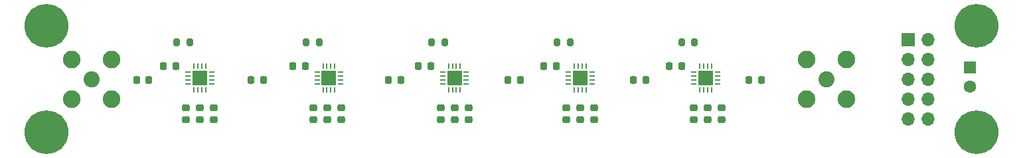
<source format=gbr>
%TF.GenerationSoftware,KiCad,Pcbnew,8.0.1*%
%TF.CreationDate,2024-05-04T10:24:18+02:00*%
%TF.ProjectId,Marconi_2955_Step_Attenuator,4d617263-6f6e-4695-9f32-3935355f5374,rev?*%
%TF.SameCoordinates,Original*%
%TF.FileFunction,Soldermask,Top*%
%TF.FilePolarity,Negative*%
%FSLAX46Y46*%
G04 Gerber Fmt 4.6, Leading zero omitted, Abs format (unit mm)*
G04 Created by KiCad (PCBNEW 8.0.1) date 2024-05-04 10:24:18*
%MOMM*%
%LPD*%
G01*
G04 APERTURE LIST*
G04 Aperture macros list*
%AMRoundRect*
0 Rectangle with rounded corners*
0 $1 Rounding radius*
0 $2 $3 $4 $5 $6 $7 $8 $9 X,Y pos of 4 corners*
0 Add a 4 corners polygon primitive as box body*
4,1,4,$2,$3,$4,$5,$6,$7,$8,$9,$2,$3,0*
0 Add four circle primitives for the rounded corners*
1,1,$1+$1,$2,$3*
1,1,$1+$1,$4,$5*
1,1,$1+$1,$6,$7*
1,1,$1+$1,$8,$9*
0 Add four rect primitives between the rounded corners*
20,1,$1+$1,$2,$3,$4,$5,0*
20,1,$1+$1,$4,$5,$6,$7,0*
20,1,$1+$1,$6,$7,$8,$9,0*
20,1,$1+$1,$8,$9,$2,$3,0*%
G04 Aperture macros list end*
%ADD10C,5.600000*%
%ADD11RoundRect,0.200000X-0.200000X-0.275000X0.200000X-0.275000X0.200000X0.275000X-0.200000X0.275000X0*%
%ADD12RoundRect,0.225000X0.225000X0.250000X-0.225000X0.250000X-0.225000X-0.250000X0.225000X-0.250000X0*%
%ADD13RoundRect,0.225000X-0.250000X0.225000X-0.250000X-0.225000X0.250000X-0.225000X0.250000X0.225000X0*%
%ADD14RoundRect,0.062500X-0.275000X-0.062500X0.275000X-0.062500X0.275000X0.062500X-0.275000X0.062500X0*%
%ADD15RoundRect,0.062500X-0.062500X-0.275000X0.062500X-0.275000X0.062500X0.275000X-0.062500X0.275000X0*%
%ADD16R,1.900000X1.900000*%
%ADD17RoundRect,0.225000X-0.225000X-0.250000X0.225000X-0.250000X0.225000X0.250000X-0.225000X0.250000X0*%
%ADD18C,2.250000*%
%ADD19C,2.050000*%
%ADD20R,1.600000X1.600000*%
%ADD21C,1.600000*%
%ADD22R,1.700000X1.700000*%
%ADD23O,1.700000X1.700000*%
G04 APERTURE END LIST*
D10*
%TO.C,REF\u002A\u002A*%
X105181400Y-34467800D03*
%TD*%
%TO.C,REF\u002A\u002A*%
X105181400Y-48107600D03*
%TD*%
%TO.C,REF\u002A\u002A*%
X223824800Y-48107600D03*
%TD*%
%TO.C,REF\u002A\u002A*%
X223824800Y-34442400D03*
%TD*%
D11*
%TO.C,R3*%
X154316000Y-36576000D03*
X155966000Y-36576000D03*
%TD*%
%TO.C,R5*%
X186192000Y-36576000D03*
X187842000Y-36576000D03*
%TD*%
D12*
%TO.C,C23*%
X138186000Y-39624000D03*
X136636000Y-39624000D03*
%TD*%
D13*
%TO.C,C12*%
X142758000Y-44945000D03*
X142758000Y-46495000D03*
%TD*%
%TO.C,C15*%
X159014000Y-44945000D03*
X159014000Y-46495000D03*
%TD*%
D14*
%TO.C,U2*%
X139709500Y-40365000D03*
X139709500Y-40865000D03*
X139709500Y-41365000D03*
X139709500Y-41865000D03*
D15*
X140472000Y-42627500D03*
X140972000Y-42627500D03*
X141472000Y-42627500D03*
X141972000Y-42627500D03*
D14*
X142734500Y-41865000D03*
X142734500Y-41365000D03*
X142734500Y-40865000D03*
X142734500Y-40365000D03*
D15*
X141972000Y-39602500D03*
X141472000Y-39602500D03*
X140972000Y-39602500D03*
X140472000Y-39602500D03*
D16*
X141222000Y-41115000D03*
%TD*%
D13*
%TO.C,C21*%
X191272000Y-44958000D03*
X191272000Y-46508000D03*
%TD*%
%TO.C,C14*%
X157236000Y-44945000D03*
X157236000Y-46495000D03*
%TD*%
D11*
%TO.C,R1*%
X121804000Y-36576000D03*
X123454000Y-36576000D03*
%TD*%
D12*
%TO.C,C24*%
X154188000Y-39624000D03*
X152638000Y-39624000D03*
%TD*%
D17*
%TO.C,C4*%
X164068000Y-41402000D03*
X165618000Y-41402000D03*
%TD*%
%TO.C,C2*%
X131315000Y-41402000D03*
X132865000Y-41402000D03*
%TD*%
D13*
%TO.C,C19*%
X187716000Y-44945000D03*
X187716000Y-46495000D03*
%TD*%
%TO.C,C11*%
X140980000Y-44958000D03*
X140980000Y-46508000D03*
%TD*%
D17*
%TO.C,C3*%
X148828000Y-41402000D03*
X150378000Y-41402000D03*
%TD*%
%TO.C,C5*%
X180070000Y-41402000D03*
X181620000Y-41402000D03*
%TD*%
D13*
%TO.C,C20*%
X189494000Y-44958000D03*
X189494000Y-46508000D03*
%TD*%
D14*
%TO.C,U4*%
X171737500Y-40386500D03*
X171737500Y-40886500D03*
X171737500Y-41386500D03*
X171737500Y-41886500D03*
D15*
X172500000Y-42649000D03*
X173000000Y-42649000D03*
X173500000Y-42649000D03*
X174000000Y-42649000D03*
D14*
X174762500Y-41886500D03*
X174762500Y-41386500D03*
X174762500Y-40886500D03*
X174762500Y-40386500D03*
D15*
X174000000Y-39624000D03*
X173500000Y-39624000D03*
X173000000Y-39624000D03*
X172500000Y-39624000D03*
D16*
X173250000Y-41136500D03*
%TD*%
D14*
%TO.C,U3*%
X155719500Y-40386500D03*
X155719500Y-40886500D03*
X155719500Y-41386500D03*
X155719500Y-41886500D03*
D15*
X156482000Y-42649000D03*
X156982000Y-42649000D03*
X157482000Y-42649000D03*
X157982000Y-42649000D03*
D14*
X158744500Y-41886500D03*
X158744500Y-41386500D03*
X158744500Y-40886500D03*
X158744500Y-40386500D03*
D15*
X157982000Y-39624000D03*
X157482000Y-39624000D03*
X156982000Y-39624000D03*
X156482000Y-39624000D03*
D16*
X157232000Y-41136500D03*
%TD*%
D18*
%TO.C,OUT*%
X113538000Y-43820000D03*
X113538000Y-38740000D03*
X108458000Y-43820000D03*
X108458000Y-38740000D03*
D19*
X110998000Y-41280000D03*
%TD*%
D20*
%TO.C,C27*%
X223000000Y-39780000D03*
D21*
X223000000Y-42280000D03*
%TD*%
D19*
%TO.C,IN*%
X204724000Y-41280000D03*
D18*
X202184000Y-38740000D03*
X202184000Y-43820000D03*
X207264000Y-38740000D03*
X207264000Y-43820000D03*
%TD*%
D11*
%TO.C,R2*%
X138314000Y-36576000D03*
X139964000Y-36576000D03*
%TD*%
D13*
%TO.C,C9*%
X126502000Y-44958000D03*
X126502000Y-46508000D03*
%TD*%
D12*
%TO.C,C25*%
X170203000Y-39624000D03*
X168653000Y-39624000D03*
%TD*%
D13*
%TO.C,C17*%
X173238000Y-44958000D03*
X173238000Y-46508000D03*
%TD*%
%TO.C,C8*%
X124724000Y-44958000D03*
X124724000Y-46508000D03*
%TD*%
%TO.C,C7*%
X122946000Y-44958000D03*
X122946000Y-46508000D03*
%TD*%
D14*
%TO.C,U1*%
X123223000Y-40386500D03*
X123223000Y-40886500D03*
X123223000Y-41386500D03*
X123223000Y-41886500D03*
D15*
X123985500Y-42649000D03*
X124485500Y-42649000D03*
X124985500Y-42649000D03*
X125485500Y-42649000D03*
D14*
X126248000Y-41886500D03*
X126248000Y-41386500D03*
X126248000Y-40886500D03*
X126248000Y-40386500D03*
D15*
X125485500Y-39624000D03*
X124985500Y-39624000D03*
X124485500Y-39624000D03*
X123985500Y-39624000D03*
D16*
X124735500Y-41136500D03*
%TD*%
D13*
%TO.C,C13*%
X155458000Y-44945000D03*
X155458000Y-46495000D03*
%TD*%
D17*
%TO.C,C1*%
X116674000Y-41402000D03*
X118224000Y-41402000D03*
%TD*%
D22*
%TO.C,PM3*%
X215138000Y-36195000D03*
D23*
X217678000Y-36195000D03*
X215138000Y-38735000D03*
X217678000Y-38735000D03*
X215138000Y-41275000D03*
X217678000Y-41275000D03*
X215138000Y-43815000D03*
X217678000Y-43815000D03*
X215138000Y-46355000D03*
X217678000Y-46355000D03*
%TD*%
D13*
%TO.C,C18*%
X175016000Y-44945000D03*
X175016000Y-46495000D03*
%TD*%
D14*
%TO.C,U5*%
X187739500Y-40386500D03*
X187739500Y-40886500D03*
X187739500Y-41386500D03*
X187739500Y-41886500D03*
D15*
X188502000Y-42649000D03*
X189002000Y-42649000D03*
X189502000Y-42649000D03*
X190002000Y-42649000D03*
D14*
X190764500Y-41886500D03*
X190764500Y-41386500D03*
X190764500Y-40886500D03*
X190764500Y-40386500D03*
D15*
X190002000Y-39624000D03*
X189502000Y-39624000D03*
X189002000Y-39624000D03*
X188502000Y-39624000D03*
D16*
X189252000Y-41136500D03*
%TD*%
D12*
%TO.C,C26*%
X186205000Y-39624000D03*
X184655000Y-39624000D03*
%TD*%
D13*
%TO.C,C10*%
X139202000Y-44958000D03*
X139202000Y-46508000D03*
%TD*%
D12*
%TO.C,C22*%
X121676000Y-39624000D03*
X120126000Y-39624000D03*
%TD*%
D13*
%TO.C,C16*%
X171460000Y-44945000D03*
X171460000Y-46495000D03*
%TD*%
D17*
%TO.C,C6*%
X194802000Y-41402000D03*
X196352000Y-41402000D03*
%TD*%
D11*
%TO.C,R4*%
X170318000Y-36576000D03*
X171968000Y-36576000D03*
%TD*%
M02*

</source>
